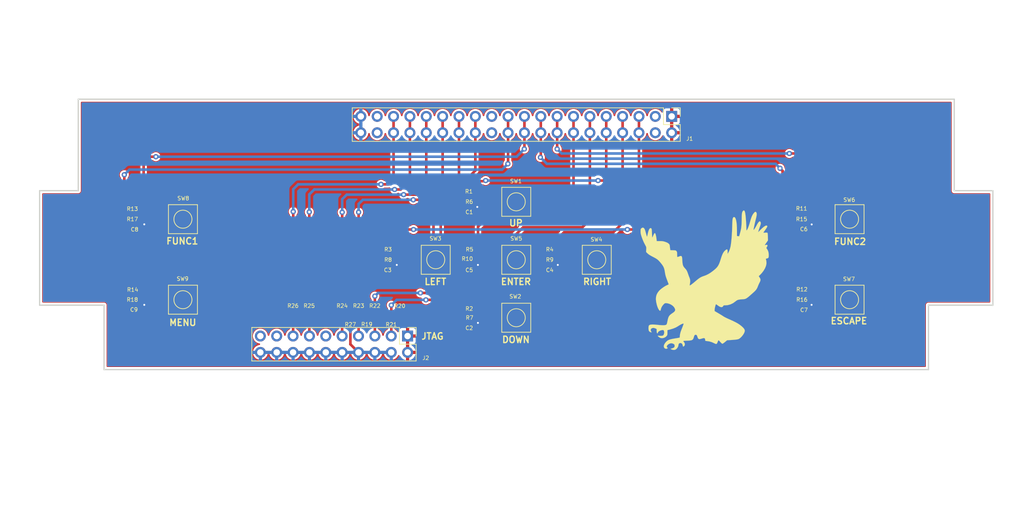
<source format=kicad_pcb>
(kicad_pcb (version 20171130) (host pcbnew "(5.1.7)-1")
  (layers (0 F.Cu signal) (31 B.Cu signal) (34 B.Paste user) (35 F.Paste user) (36 B.SilkS user) (37 F.SilkS user) (38 B.Mask user) (39 F.Mask user) (44 Edge.Cuts user))
  (net 0 "")
  (net 1 GND)
  (net 2 "Net-(C1-Pad1)")
  (net 3 "Net-(C2-Pad1)")
  (net 4 "Net-(C3-Pad1)")
  (net 5 "Net-(C4-Pad1)")
  (net 6 "Net-(C5-Pad1)")
  (net 7 "Net-(C6-Pad1)")
  (net 8 "Net-(C7-Pad1)")
  (net 9 "Net-(C8-Pad1)")
  (net 10 "Net-(C9-Pad1)")
  (net 11 /nRESET)
  (net 12 /TDO)
  (net 13 /TCLK)
  (net 14 /TMS)
  (net 15 /TDI)
  (net 16 /TRST)
  (net 17 /KEY_FUNC2)
  (net 18 /KEY_FUNC1)
  (net 19 /KEY_ESCAPE)
  (net 20 /KEY_ENTER)
  (net 21 /KEY_DOWN)
  (net 22 /KEY_UP)
  (net 23 /KEY_RIGHT)
  (net 24 /KEY_LEFT)
  (net 25 VCC_MCU)
  (net 26 "Net-(J2-Pad15)")
  (net 27 "Net-(J2-Pad13)")
  (net 28 "Net-(J2-Pad9)")
  (net 29 "Net-(J2-Pad7)")
  (net 30 "Net-(J2-Pad5)")
  (net 31 "Net-(J2-Pad3)")
  (net 32 /KEY_MENU)
  (net 33 "Net-(J1-Pad38)")
  (net 34 "Net-(J1-Pad37)")
  (net 35 "Net-(J1-Pad24)")
  (net 36 "Net-(J1-Pad23)")
  (net 37 "Net-(J1-Pad4)")
  (net 38 "Net-(J1-Pad3)")
  (net 39 "Net-(J2-Pad19)")
  (net 40 "Net-(J2-Pad17)")
  (net 41 "Net-(J2-Pad11)")
  (module FlightComputer_Library:LOGO-EAGLE-02 (layer F.Cu) (at 179.375 93.225)
    (fp_text reference G*** hide)
    (fp_text value LOGO hide)
  )
  (module Connector_PinHeader_2.54mm:PinHeader_2x10_P2.54mm_Vertical (layer F.Cu) (at 133.255 101.89 270)
    (fp_text reference J2 (at 3.41 -2.82 180) (layer F.SilkS) (effects (font (size 0.6 0.6) (thickness 0.09))))
    (fp_text value Conn_02x10_Odd_Even)
    (pad 20 thru_hole oval (at 2.54 22.86 270) (size 1.7 1.7) (drill 1) (layers *.Cu *.Mask) (net 1 GND))
    (pad 19 thru_hole oval (at 0 22.86 270) (size 1.7 1.7) (drill 1) (layers *.Cu *.Mask) (net 39 "Net-(J2-Pad19)"))
    (pad 18 thru_hole oval (at 2.54 20.32 270) (size 1.7 1.7) (drill 1) (layers *.Cu *.Mask) (net 1 GND))
    (pad 17 thru_hole oval (at 0 20.32 270) (size 1.7 1.7) (drill 1) (layers *.Cu *.Mask) (net 40 "Net-(J2-Pad17)"))
    (pad 16 thru_hole oval (at 2.54 17.78 270) (size 1.7 1.7) (drill 1) (layers *.Cu *.Mask) (net 1 GND))
    (pad 15 thru_hole oval (at 0 17.78 270) (size 1.7 1.7) (drill 1) (layers *.Cu *.Mask) (net 26 "Net-(J2-Pad15)"))
    (pad 14 thru_hole oval (at 2.54 15.24 270) (size 1.7 1.7) (drill 1) (layers *.Cu *.Mask) (net 1 GND))
    (pad 13 thru_hole oval (at 0 15.24 270) (size 1.7 1.7) (drill 1) (layers *.Cu *.Mask) (net 27 "Net-(J2-Pad13)"))
    (pad 12 thru_hole oval (at 2.54 12.7 270) (size 1.7 1.7) (drill 1) (layers *.Cu *.Mask) (net 1 GND))
    (pad 11 thru_hole oval (at 0 12.7 270) (size 1.7 1.7) (drill 1) (layers *.Cu *.Mask) (net 41 "Net-(J2-Pad11)"))
    (pad 10 thru_hole oval (at 2.54 10.16 270) (size 1.7 1.7) (drill 1) (layers *.Cu *.Mask) (net 1 GND))
    (pad 9 thru_hole oval (at 0 10.16 270) (size 1.7 1.7) (drill 1) (layers *.Cu *.Mask) (net 28 "Net-(J2-Pad9)"))
    (pad 8 thru_hole oval (at 2.54 7.62 270) (size 1.7 1.7) (drill 1) (layers *.Cu *.Mask) (net 1 GND))
    (pad 7 thru_hole oval (at 0 7.62 270) (size 1.7 1.7) (drill 1) (layers *.Cu *.Mask) (net 29 "Net-(J2-Pad7)"))
    (pad 6 thru_hole oval (at 2.54 5.08 270) (size 1.7 1.7) (drill 1) (layers *.Cu *.Mask) (net 1 GND))
    (pad 5 thru_hole oval (at 0 5.08 270) (size 1.7 1.7) (drill 1) (layers *.Cu *.Mask) (net 30 "Net-(J2-Pad5)"))
    (pad 4 thru_hole oval (at 2.54 2.54 270) (size 1.7 1.7) (drill 1) (layers *.Cu *.Mask) (net 1 GND))
    (pad 3 thru_hole oval (at 0 2.54 270) (size 1.7 1.7) (drill 1) (layers *.Cu *.Mask) (net 31 "Net-(J2-Pad3)"))
    (pad 2 thru_hole oval (at 2.54 0 270) (size 1.7 1.7) (drill 1) (layers *.Cu *.Mask) (net 25 VCC_MCU))
    (pad 1 thru_hole rect (at 0 0 270) (size 1.7 1.7) (drill 1) (layers *.Cu *.Mask) (net 25 VCC_MCU))
  )
  (module FlightComputer_Library:SW-SPST-PTS647 (layer F.Cu) (at 137.625 90.05 180)
    (fp_text reference SW3 (at 0.05 3.3) (layer F.SilkS) (effects (font (size 0.6 0.6) (thickness 0.09))))
    (fp_text value SW_Push)
    (pad 1 smd rect (at 2.8 -1.6 180) (size 1.6 1) (layers F.Cu F.Paste F.Mask) (net 4 "Net-(C3-Pad1)"))
    (pad 2 smd rect (at 2.8 1.6 180) (size 1.6 1) (layers F.Cu F.Paste F.Mask) (net 25 VCC_MCU))
    (pad 3 smd rect (at -2.8 -1.6 180) (size 1.6 1) (layers F.Cu F.Paste F.Mask))
    (pad 4 smd rect (at -2.8 1.6 180) (size 1.6 1) (layers F.Cu F.Paste F.Mask))
  )
  (module FlightComputer_Library:SW-SPST-PTS647 (layer F.Cu) (at 98.375 96.25 180)
    (fp_text reference SW9 (at 0.05 3.25) (layer F.SilkS) (effects (font (size 0.6 0.6) (thickness 0.09))))
    (fp_text value SW_Push)
    (pad 1 smd rect (at 2.8 -1.6 180) (size 1.6 1) (layers F.Cu F.Paste F.Mask) (net 10 "Net-(C9-Pad1)"))
    (pad 2 smd rect (at 2.8 1.6 180) (size 1.6 1) (layers F.Cu F.Paste F.Mask) (net 25 VCC_MCU))
    (pad 3 smd rect (at -2.8 -1.6 180) (size 1.6 1) (layers F.Cu F.Paste F.Mask))
    (pad 4 smd rect (at -2.8 1.6 180) (size 1.6 1) (layers F.Cu F.Paste F.Mask))
  )
  (module FlightComputer_Library:SW-SPST-PTS647 (layer F.Cu) (at 98.375 83.75 180)
    (fp_text reference SW8 (at -0.050001 3.24) (layer F.SilkS) (effects (font (size 0.6 0.6) (thickness 0.09))))
    (fp_text value SW_Push)
    (pad 1 smd rect (at 2.8 -1.6 180) (size 1.6 1) (layers F.Cu F.Paste F.Mask) (net 9 "Net-(C8-Pad1)"))
    (pad 2 smd rect (at 2.8 1.6 180) (size 1.6 1) (layers F.Cu F.Paste F.Mask) (net 25 VCC_MCU))
    (pad 3 smd rect (at -2.8 -1.6 180) (size 1.6 1) (layers F.Cu F.Paste F.Mask))
    (pad 4 smd rect (at -2.8 1.6 180) (size 1.6 1) (layers F.Cu F.Paste F.Mask))
  )
  (module FlightComputer_Library:SW-SPST-PTS647 (layer F.Cu) (at 201.875 96.25 180)
    (fp_text reference SW7 (at 0.1 3.2) (layer F.SilkS) (effects (font (size 0.6 0.6) (thickness 0.09))))
    (fp_text value SW_Push)
    (pad 1 smd rect (at 2.8 -1.6 180) (size 1.6 1) (layers F.Cu F.Paste F.Mask) (net 8 "Net-(C7-Pad1)"))
    (pad 2 smd rect (at 2.8 1.6 180) (size 1.6 1) (layers F.Cu F.Paste F.Mask) (net 25 VCC_MCU))
    (pad 3 smd rect (at -2.8 -1.6 180) (size 1.6 1) (layers F.Cu F.Paste F.Mask))
    (pad 4 smd rect (at -2.8 1.6 180) (size 1.6 1) (layers F.Cu F.Paste F.Mask))
  )
  (module FlightComputer_Library:SW-SPST-PTS647 (layer F.Cu) (at 201.875 83.75 180)
    (fp_text reference SW6 (at 0.05 3 unlocked) (layer F.SilkS) (effects (font (size 0.6 0.6) (thickness 0.09))))
    (fp_text value SW_Push)
    (pad 1 smd rect (at 2.8 -1.6 180) (size 1.6 1) (layers F.Cu F.Paste F.Mask) (net 7 "Net-(C6-Pad1)"))
    (pad 2 smd rect (at 2.8 1.6 180) (size 1.6 1) (layers F.Cu F.Paste F.Mask) (net 25 VCC_MCU))
    (pad 3 smd rect (at -2.8 -1.6 180) (size 1.6 1) (layers F.Cu F.Paste F.Mask))
    (pad 4 smd rect (at -2.8 1.6 180) (size 1.6 1) (layers F.Cu F.Paste F.Mask))
  )
  (module FlightComputer_Library:SW-SPST-PTS647 (layer F.Cu) (at 150.125 90.05 180)
    (fp_text reference SW5 (at 0 3.3) (layer F.SilkS) (effects (font (size 0.6 0.6) (thickness 0.09))))
    (fp_text value SW_Push)
    (pad 1 smd rect (at 2.8 -1.6 180) (size 1.6 1) (layers F.Cu F.Paste F.Mask) (net 6 "Net-(C5-Pad1)"))
    (pad 2 smd rect (at 2.8 1.6 180) (size 1.6 1) (layers F.Cu F.Paste F.Mask) (net 25 VCC_MCU))
    (pad 3 smd rect (at -2.8 -1.6 180) (size 1.6 1) (layers F.Cu F.Paste F.Mask))
    (pad 4 smd rect (at -2.8 1.6 180) (size 1.6 1) (layers F.Cu F.Paste F.Mask))
  )
  (module FlightComputer_Library:SW-SPST-PTS647 (layer F.Cu) (at 162.625 90.05 180)
    (fp_text reference SW4 (at 0.05 3.15) (layer F.SilkS) (effects (font (size 0.6 0.6) (thickness 0.09))))
    (fp_text value SW_Push)
    (pad 1 smd rect (at 2.8 -1.6 180) (size 1.6 1) (layers F.Cu F.Paste F.Mask) (net 5 "Net-(C4-Pad1)"))
    (pad 2 smd rect (at 2.8 1.6 180) (size 1.6 1) (layers F.Cu F.Paste F.Mask) (net 25 VCC_MCU))
    (pad 3 smd rect (at -2.8 -1.6 180) (size 1.6 1) (layers F.Cu F.Paste F.Mask))
    (pad 4 smd rect (at -2.8 1.6 180) (size 1.6 1) (layers F.Cu F.Paste F.Mask))
  )
  (module FlightComputer_Library:SW-SPST-PTS647 (layer F.Cu) (at 150.125 99.05 180)
    (fp_text reference SW2 (at 0.15 3.3) (layer F.SilkS) (effects (font (size 0.6 0.6) (thickness 0.09))))
    (fp_text value SW_Push)
    (pad 1 smd rect (at 2.8 -1.6 180) (size 1.6 1) (layers F.Cu F.Paste F.Mask) (net 3 "Net-(C2-Pad1)"))
    (pad 2 smd rect (at 2.8 1.6 180) (size 1.6 1) (layers F.Cu F.Paste F.Mask) (net 25 VCC_MCU))
    (pad 3 smd rect (at -2.8 -1.6 180) (size 1.6 1) (layers F.Cu F.Paste F.Mask))
    (pad 4 smd rect (at -2.8 1.6 180) (size 1.6 1) (layers F.Cu F.Paste F.Mask))
  )
  (module FlightComputer_Library:SW-SPST-PTS647 (layer F.Cu) (at 150.125 81.05 180)
    (fp_text reference SW1 (at 0.05 3.2) (layer F.SilkS) (effects (font (size 0.6 0.6) (thickness 0.09))))
    (fp_text value SW_Push)
    (pad 1 smd rect (at 2.8 -1.6 180) (size 1.6 1) (layers F.Cu F.Paste F.Mask) (net 2 "Net-(C1-Pad1)"))
    (pad 2 smd rect (at 2.8 1.6 180) (size 1.6 1) (layers F.Cu F.Paste F.Mask) (net 25 VCC_MCU))
    (pad 3 smd rect (at -2.8 -1.6 180) (size 1.6 1) (layers F.Cu F.Paste F.Mask))
    (pad 4 smd rect (at -2.8 1.6 180) (size 1.6 1) (layers F.Cu F.Paste F.Mask))
  )
  (module Resistor_SMD:R_0402_1005Metric (layer F.Cu) (at 124.375 98.65 270)
    (fp_text reference R27 (at 1.45 0) (layer F.SilkS) (effects (font (size 0.6 0.6) (thickness 0.09))))
    (fp_text value 100K)
    (pad 2 smd roundrect (at 0.485 0 270) (size 0.59 0.64) (layers F.Cu F.Paste F.Mask) (net 1 GND))
    (pad 1 smd roundrect (at -0.485 0 270) (size 0.59 0.64) (layers F.Cu F.Paste F.Mask) (net 13 /TCLK))
  )
  (module Resistor_SMD:R_0402_1005Metric (layer F.Cu) (at 115.485 98.65 270)
    (fp_text reference R26 (at -1.45 0.025 180) (layer F.SilkS) (effects (font (size 0.6 0.6) (thickness 0.09))))
    (fp_text value 33R)
    (pad 2 smd roundrect (at 0.485 0 270) (size 0.59 0.64) (layers F.Cu F.Paste F.Mask) (net 26 "Net-(J2-Pad15)"))
    (pad 1 smd roundrect (at -0.485 0 270) (size 0.59 0.64) (layers F.Cu F.Paste F.Mask) (net 11 /nRESET))
  )
  (module Resistor_SMD:R_0402_1005Metric (layer F.Cu) (at 118.005 98.65 270)
    (fp_text reference R25 (at -1.45 0.025 180) (layer F.SilkS) (effects (font (size 0.6 0.6) (thickness 0.09))))
    (fp_text value 33R)
    (pad 2 smd roundrect (at 0.485 0 270) (size 0.59 0.64) (layers F.Cu F.Paste F.Mask) (net 27 "Net-(J2-Pad13)"))
    (pad 1 smd roundrect (at -0.485 0 270) (size 0.59 0.64) (layers F.Cu F.Paste F.Mask) (net 12 /TDO))
  )
  (module Resistor_SMD:R_0402_1005Metric (layer F.Cu) (at 123.095 98.65 270)
    (fp_text reference R24 (at -1.45 0 180) (layer F.SilkS) (effects (font (size 0.6 0.6) (thickness 0.09))))
    (fp_text value 33R)
    (pad 2 smd roundrect (at 0.485 0 270) (size 0.59 0.64) (layers F.Cu F.Paste F.Mask) (net 28 "Net-(J2-Pad9)"))
    (pad 1 smd roundrect (at -0.485 0 270) (size 0.59 0.64) (layers F.Cu F.Paste F.Mask) (net 13 /TCLK))
  )
  (module Resistor_SMD:R_0402_1005Metric (layer F.Cu) (at 125.65 98.65 270)
    (fp_text reference R23 (at -1.45 0) (layer F.SilkS) (effects (font (size 0.6 0.6) (thickness 0.09))))
    (fp_text value 33R)
    (pad 2 smd roundrect (at 0.485 0 270) (size 0.59 0.64) (layers F.Cu F.Paste F.Mask) (net 29 "Net-(J2-Pad7)"))
    (pad 1 smd roundrect (at -0.485 0 270) (size 0.59 0.64) (layers F.Cu F.Paste F.Mask) (net 14 /TMS))
  )
  (module Resistor_SMD:R_0402_1005Metric (layer F.Cu) (at 128.175 98.65 270)
    (fp_text reference R22 (at -1.45 0 180) (layer F.SilkS) (effects (font (size 0.6 0.6) (thickness 0.09))))
    (fp_text value 33R)
    (pad 2 smd roundrect (at 0.485 0 270) (size 0.59 0.64) (layers F.Cu F.Paste F.Mask) (net 30 "Net-(J2-Pad5)"))
    (pad 1 smd roundrect (at -0.485 0 270) (size 0.59 0.64) (layers F.Cu F.Paste F.Mask) (net 15 /TDI))
  )
  (module Resistor_SMD:R_0402_1005Metric (layer F.Cu) (at 130.725 98.66 270)
    (fp_text reference R21 (at 1.45 0 180) (layer F.SilkS) (effects (font (size 0.6 0.6) (thickness 0.09))))
    (fp_text value 33R)
    (pad 2 smd roundrect (at 0.485 0 270) (size 0.59 0.64) (layers F.Cu F.Paste F.Mask) (net 31 "Net-(J2-Pad3)"))
    (pad 1 smd roundrect (at -0.485 0 270) (size 0.59 0.64) (layers F.Cu F.Paste F.Mask) (net 16 /TRST))
  )
  (module Resistor_SMD:R_0402_1005Metric (layer F.Cu) (at 132.025 98.65 90)
    (fp_text reference R20 (at 1.43 0.01) (layer F.SilkS) (effects (font (size 0.6 0.6) (thickness 0.09))))
    (fp_text value 100K)
    (pad 2 smd roundrect (at 0.485 0 90) (size 0.59 0.64) (layers F.Cu F.Paste F.Mask) (net 16 /TRST))
    (pad 1 smd roundrect (at -0.485 0 90) (size 0.59 0.64) (layers F.Cu F.Paste F.Mask) (net 25 VCC_MCU))
  )
  (module Resistor_SMD:R_0402_1005Metric (layer F.Cu) (at 126.925 98.65 270)
    (fp_text reference R19 (at 1.425 0) (layer F.SilkS) (effects (font (size 0.6 0.6) (thickness 0.09))))
    (fp_text value 100K)
    (pad 2 smd roundrect (at 0.485 0 270) (size 0.59 0.64) (layers F.Cu F.Paste F.Mask) (net 15 /TDI))
    (pad 1 smd roundrect (at -0.485 0 270) (size 0.59 0.64) (layers F.Cu F.Paste F.Mask) (net 25 VCC_MCU))
  )
  (module Resistor_SMD:R_0402_1005Metric (layer F.Cu) (at 92.875 96.25)
    (fp_text reference R18 (at -2.35 0) (layer F.SilkS) (effects (font (size 0.6 0.6) (thickness 0.09))))
    (fp_text value 100K)
    (pad 2 smd roundrect (at 0.485 0) (size 0.59 0.64) (layers F.Cu F.Paste F.Mask) (net 10 "Net-(C9-Pad1)"))
    (pad 1 smd roundrect (at -0.485 0) (size 0.59 0.64) (layers F.Cu F.Paste F.Mask) (net 1 GND))
  )
  (module Resistor_SMD:R_0402_1005Metric (layer F.Cu) (at 92.875 83.75)
    (fp_text reference R17 (at -2.35 0) (layer F.SilkS) (effects (font (size 0.6 0.6) (thickness 0.09))))
    (fp_text value 100K)
    (pad 2 smd roundrect (at 0.485 0) (size 0.59 0.64) (layers F.Cu F.Paste F.Mask) (net 9 "Net-(C8-Pad1)"))
    (pad 1 smd roundrect (at -0.485 0) (size 0.59 0.64) (layers F.Cu F.Paste F.Mask) (net 1 GND))
  )
  (module Resistor_SMD:R_0402_1005Metric (layer F.Cu) (at 196.475 96.25)
    (fp_text reference R16 (at -2 0 180) (layer F.SilkS) (effects (font (size 0.6 0.6) (thickness 0.09))))
    (fp_text value 100K)
    (pad 2 smd roundrect (at 0.485 0) (size 0.59 0.64) (layers F.Cu F.Paste F.Mask) (net 8 "Net-(C7-Pad1)"))
    (pad 1 smd roundrect (at -0.485 0) (size 0.59 0.64) (layers F.Cu F.Paste F.Mask) (net 1 GND))
  )
  (module Resistor_SMD:R_0402_1005Metric (layer F.Cu) (at 196.475 83.75)
    (fp_text reference R15 (at -2.05 0 180) (layer F.SilkS) (effects (font (size 0.6 0.6) (thickness 0.09))))
    (fp_text value 100K)
    (pad 2 smd roundrect (at 0.485 0) (size 0.59 0.64) (layers F.Cu F.Paste F.Mask) (net 7 "Net-(C6-Pad1)"))
    (pad 1 smd roundrect (at -0.485 0) (size 0.59 0.64) (layers F.Cu F.Paste F.Mask) (net 1 GND))
  )
  (module Resistor_SMD:R_0402_1005Metric (layer F.Cu) (at 92.875 94.65 180)
    (fp_text reference R14 (at 2.3 -0.05) (layer F.SilkS) (effects (font (size 0.6 0.6) (thickness 0.09))))
    (fp_text value 1K)
    (pad 2 smd roundrect (at 0.485 0 180) (size 0.59 0.64) (layers F.Cu F.Paste F.Mask) (net 17 /KEY_FUNC2))
    (pad 1 smd roundrect (at -0.485 0 180) (size 0.59 0.64) (layers F.Cu F.Paste F.Mask) (net 10 "Net-(C9-Pad1)"))
  )
  (module Resistor_SMD:R_0402_1005Metric (layer F.Cu) (at 92.875 82.15 180)
    (fp_text reference R13 (at 2.35 0) (layer F.SilkS) (effects (font (size 0.6 0.6) (thickness 0.09))))
    (fp_text value 1K)
    (pad 2 smd roundrect (at 0.485 0 180) (size 0.59 0.64) (layers F.Cu F.Paste F.Mask) (net 18 /KEY_FUNC1))
    (pad 1 smd roundrect (at -0.485 0 180) (size 0.59 0.64) (layers F.Cu F.Paste F.Mask) (net 9 "Net-(C8-Pad1)"))
  )
  (module Resistor_SMD:R_0402_1005Metric (layer F.Cu) (at 196.475 94.65 180)
    (fp_text reference R12 (at 2 0) (layer F.SilkS) (effects (font (size 0.6 0.6) (thickness 0.09))))
    (fp_text value 1K)
    (pad 2 smd roundrect (at 0.485 0 180) (size 0.59 0.64) (layers F.Cu F.Paste F.Mask) (net 19 /KEY_ESCAPE))
    (pad 1 smd roundrect (at -0.485 0 180) (size 0.59 0.64) (layers F.Cu F.Paste F.Mask) (net 8 "Net-(C7-Pad1)"))
  )
  (module Resistor_SMD:R_0402_1005Metric (layer F.Cu) (at 196.475 82.15 180)
    (fp_text reference R11 (at 2.05 0.05) (layer F.SilkS) (effects (font (size 0.6 0.6) (thickness 0.09))))
    (fp_text value 1K)
    (pad 2 smd roundrect (at 0.485 0 180) (size 0.59 0.64) (layers F.Cu F.Paste F.Mask) (net 32 /KEY_MENU))
    (pad 1 smd roundrect (at -0.485 0 180) (size 0.59 0.64) (layers F.Cu F.Paste F.Mask) (net 7 "Net-(C6-Pad1)"))
  )
  (module Resistor_SMD:R_0402_1005Metric (layer F.Cu) (at 144.675 89.95)
    (fp_text reference R10 (at -2.15 -0.05) (layer F.SilkS) (effects (font (size 0.6 0.6) (thickness 0.09))))
    (fp_text value 100K)
    (pad 2 smd roundrect (at 0.485 0) (size 0.59 0.64) (layers F.Cu F.Paste F.Mask) (net 6 "Net-(C5-Pad1)"))
    (pad 1 smd roundrect (at -0.485 0) (size 0.59 0.64) (layers F.Cu F.Paste F.Mask) (net 1 GND))
  )
  (module Resistor_SMD:R_0402_1005Metric (layer F.Cu) (at 157.075 90.05)
    (fp_text reference R9 (at -1.75 0 180) (layer F.SilkS) (effects (font (size 0.6 0.6) (thickness 0.09))))
    (fp_text value 100K)
    (pad 2 smd roundrect (at 0.485 0) (size 0.59 0.64) (layers F.Cu F.Paste F.Mask) (net 5 "Net-(C4-Pad1)"))
    (pad 1 smd roundrect (at -0.485 0) (size 0.59 0.64) (layers F.Cu F.Paste F.Mask) (net 1 GND))
  )
  (module Resistor_SMD:R_0402_1005Metric (layer F.Cu) (at 132.075 90.05)
    (fp_text reference R8 (at -1.85 0) (layer F.SilkS) (effects (font (size 0.6 0.6) (thickness 0.09))))
    (fp_text value 100K)
    (pad 2 smd roundrect (at 0.485 0) (size 0.59 0.64) (layers F.Cu F.Paste F.Mask) (net 4 "Net-(C3-Pad1)"))
    (pad 1 smd roundrect (at -0.485 0) (size 0.59 0.64) (layers F.Cu F.Paste F.Mask) (net 1 GND))
  )
  (module Resistor_SMD:R_0402_1005Metric (layer F.Cu) (at 144.675 99.05)
    (fp_text reference R7 (at -1.8 0 180) (layer F.SilkS) (effects (font (size 0.6 0.6) (thickness 0.09))))
    (fp_text value 100K)
    (pad 2 smd roundrect (at 0.485 0) (size 0.59 0.64) (layers F.Cu F.Paste F.Mask) (net 3 "Net-(C2-Pad1)"))
    (pad 1 smd roundrect (at -0.485 0) (size 0.59 0.64) (layers F.Cu F.Paste F.Mask) (net 1 GND))
  )
  (module Resistor_SMD:R_0402_1005Metric (layer F.Cu) (at 144.575 81.05)
    (fp_text reference R6 (at -1.75 0) (layer F.SilkS) (effects (font (size 0.6 0.6) (thickness 0.09))))
    (fp_text value 100K)
    (pad 2 smd roundrect (at 0.485 0) (size 0.59 0.64) (layers F.Cu F.Paste F.Mask) (net 2 "Net-(C1-Pad1)"))
    (pad 1 smd roundrect (at -0.485 0) (size 0.59 0.64) (layers F.Cu F.Paste F.Mask) (net 1 GND))
  )
  (module Resistor_SMD:R_0402_1005Metric (layer F.Cu) (at 144.675 88.45 180)
    (fp_text reference R5 (at 1.8 0) (layer F.SilkS) (effects (font (size 0.6 0.6) (thickness 0.09))))
    (fp_text value 1K)
    (pad 2 smd roundrect (at 0.485 0 180) (size 0.59 0.64) (layers F.Cu F.Paste F.Mask) (net 20 /KEY_ENTER))
    (pad 1 smd roundrect (at -0.485 0 180) (size 0.59 0.64) (layers F.Cu F.Paste F.Mask) (net 6 "Net-(C5-Pad1)"))
  )
  (module Resistor_SMD:R_0402_1005Metric (layer F.Cu) (at 157.075 88.45 180)
    (fp_text reference R4 (at 1.75 0) (layer F.SilkS) (effects (font (size 0.6 0.6) (thickness 0.09))))
    (fp_text value 1K)
    (pad 2 smd roundrect (at 0.485 0 180) (size 0.59 0.64) (layers F.Cu F.Paste F.Mask) (net 23 /KEY_RIGHT))
    (pad 1 smd roundrect (at -0.485 0 180) (size 0.59 0.64) (layers F.Cu F.Paste F.Mask) (net 5 "Net-(C4-Pad1)"))
  )
  (module Resistor_SMD:R_0402_1005Metric (layer F.Cu) (at 132.075 88.45 180)
    (fp_text reference R3 (at 1.85 0) (layer F.SilkS) (effects (font (size 0.6 0.6) (thickness 0.09))))
    (fp_text value 1K)
    (pad 2 smd roundrect (at 0.485 0 180) (size 0.59 0.64) (layers F.Cu F.Paste F.Mask) (net 24 /KEY_LEFT))
    (pad 1 smd roundrect (at -0.485 0 180) (size 0.59 0.64) (layers F.Cu F.Paste F.Mask) (net 4 "Net-(C3-Pad1)"))
  )
  (module Resistor_SMD:R_0402_1005Metric (layer F.Cu) (at 144.675 97.65 180)
    (fp_text reference R2 (at 1.85 0) (layer F.SilkS) (effects (font (size 0.6 0.6) (thickness 0.09))))
    (fp_text value 1K)
    (pad 2 smd roundrect (at 0.485 0 180) (size 0.59 0.64) (layers F.Cu F.Paste F.Mask) (net 21 /KEY_DOWN))
    (pad 1 smd roundrect (at -0.485 0 180) (size 0.59 0.64) (layers F.Cu F.Paste F.Mask) (net 3 "Net-(C2-Pad1)"))
  )
  (module Resistor_SMD:R_0402_1005Metric (layer F.Cu) (at 144.575 79.45 180)
    (fp_text reference R1 (at 1.8 0) (layer F.SilkS) (effects (font (size 0.6 0.6) (thickness 0.09))))
    (fp_text value 1K)
    (pad 2 smd roundrect (at 0.485 0 180) (size 0.59 0.64) (layers F.Cu F.Paste F.Mask) (net 22 /KEY_UP))
    (pad 1 smd roundrect (at -0.485 0 180) (size 0.59 0.64) (layers F.Cu F.Paste F.Mask) (net 2 "Net-(C1-Pad1)"))
  )
  (module Connector_PinHeader_2.54mm:PinHeader_2x20_P2.54mm_Vertical (layer F.Cu) (at 174.255 67.79 270)
    (fp_text reference J1 (at 3.46 -2.795 180) (layer F.SilkS) (effects (font (size 0.6 0.6) (thickness 0.09))))
    (fp_text value Conn_02x20_Odd_Even)
    (pad 40 thru_hole oval (at 2.54 48.26 270) (size 1.7 1.7) (drill 1) (layers *.Cu *.Mask) (net 1 GND))
    (pad 39 thru_hole oval (at 0 48.26 270) (size 1.7 1.7) (drill 1) (layers *.Cu *.Mask) (net 1 GND))
    (pad 38 thru_hole oval (at 2.54 45.72 270) (size 1.7 1.7) (drill 1) (layers *.Cu *.Mask) (net 33 "Net-(J1-Pad38)"))
    (pad 37 thru_hole oval (at 0 45.72 270) (size 1.7 1.7) (drill 1) (layers *.Cu *.Mask) (net 34 "Net-(J1-Pad37)"))
    (pad 36 thru_hole oval (at 2.54 43.18 270) (size 1.7 1.7) (drill 1) (layers *.Cu *.Mask) (net 11 /nRESET))
    (pad 35 thru_hole oval (at 0 43.18 270) (size 1.7 1.7) (drill 1) (layers *.Cu *.Mask) (net 11 /nRESET))
    (pad 34 thru_hole oval (at 2.54 40.64 270) (size 1.7 1.7) (drill 1) (layers *.Cu *.Mask) (net 12 /TDO))
    (pad 33 thru_hole oval (at 0 40.64 270) (size 1.7 1.7) (drill 1) (layers *.Cu *.Mask) (net 12 /TDO))
    (pad 32 thru_hole oval (at 2.54 38.1 270) (size 1.7 1.7) (drill 1) (layers *.Cu *.Mask) (net 13 /TCLK))
    (pad 31 thru_hole oval (at 0 38.1 270) (size 1.7 1.7) (drill 1) (layers *.Cu *.Mask) (net 13 /TCLK))
    (pad 30 thru_hole oval (at 2.54 35.56 270) (size 1.7 1.7) (drill 1) (layers *.Cu *.Mask) (net 14 /TMS))
    (pad 29 thru_hole oval (at 0 35.56 270) (size 1.7 1.7) (drill 1) (layers *.Cu *.Mask) (net 14 /TMS))
    (pad 28 thru_hole oval (at 2.54 33.02 270) (size 1.7 1.7) (drill 1) (layers *.Cu *.Mask) (net 15 /TDI))
    (pad 27 thru_hole oval (at 0 33.02 270) (size 1.7 1.7) (drill 1) (layers *.Cu *.Mask) (net 15 /TDI))
    (pad 26 thru_hole oval (at 2.54 30.48 270) (size 1.7 1.7) (drill 1) (layers *.Cu *.Mask) (net 16 /TRST))
    (pad 25 thru_hole oval (at 0 30.48 270) (size 1.7 1.7) (drill 1) (layers *.Cu *.Mask) (net 16 /TRST))
    (pad 24 thru_hole oval (at 2.54 27.94 270) (size 1.7 1.7) (drill 1) (layers *.Cu *.Mask) (net 35 "Net-(J1-Pad24)"))
    (pad 23 thru_hole oval (at 0 27.94 270) (size 1.7 1.7) (drill 1) (layers *.Cu *.Mask) (net 36 "Net-(J1-Pad23)"))
    (pad 22 thru_hole oval (at 2.54 25.4 270) (size 1.7 1.7) (drill 1) (layers *.Cu *.Mask) (net 17 /KEY_FUNC2))
    (pad 21 thru_hole oval (at 0 25.4 270) (size 1.7 1.7) (drill 1) (layers *.Cu *.Mask) (net 17 /KEY_FUNC2))
    (pad 20 thru_hole oval (at 2.54 22.86 270) (size 1.7 1.7) (drill 1) (layers *.Cu *.Mask) (net 18 /KEY_FUNC1))
    (pad 19 thru_hole oval (at 0 22.86 270) (size 1.7 1.7) (drill 1) (layers *.Cu *.Mask) (net 18 /KEY_FUNC1))
    (pad 18 thru_hole oval (at 2.54 20.32 270) (size 1.7 1.7) (drill 1) (layers *.Cu *.Mask) (net 19 /KEY_ESCAPE))
    (pad 17 thru_hole oval (at 0 20.32 270) (size 1.7 1.7) (drill 1) (layers *.Cu *.Mask) (net 19 /KEY_ESCAPE))
    (pad 16 thru_hole oval (at 2.54 17.78 270) (size 1.7 1.7) (drill 1) (layers *.Cu *.Mask) (net 32 /KEY_MENU))
    (pad 15 thru_hole oval (at 0 17.78 270) (size 1.7 1.7) (drill 1) (layers *.Cu *.Mask) (net 32 /KEY_MENU))
    (pad 14 thru_hole oval (at 2.54 15.24 270) (size 1.7 1.7) (drill 1) (layers *.Cu *.Mask) (net 20 /KEY_ENTER))
    (pad 13 thru_hole oval (at 0 15.24 270) (size 1.7 1.7) (drill 1) (layers *.Cu *.Mask) (net 20 /KEY_ENTER))
    (pad 12 thru_hole oval (at 2.54 12.7 270) (size 1.7 1.7) (drill 1) (layers *.Cu *.Mask) (net 21 /KEY_DOWN))
    (pad 11 thru_hole oval (at 0 12.7 270) (size 1.7 1.7) (drill 1) (layers *.Cu *.Mask) (net 21 /KEY_DOWN))
    (pad 10 thru_hole oval (at 2.54 10.16 270) (size 1.7 1.7) (drill 1) (layers *.Cu *.Mask) (net 22 /KEY_UP))
    (pad 9 thru_hole oval (at 0 10.16 270) (size 1.7 1.7) (drill 1) (layers *.Cu *.Mask) (net 22 /KEY_UP))
    (pad 8 thru_hole oval (at 2.54 7.62 270) (size 1.7 1.7) (drill 1) (layers *.Cu *.Mask) (net 23 /KEY_RIGHT))
    (pad 7 thru_hole oval (at 0 7.62 270) (size 1.7 1.7) (drill 1) (layers *.Cu *.Mask) (net 23 /KEY_RIGHT))
    (pad 6 thru_hole oval (at 2.54 5.08 270) (size 1.7 1.7) (drill 1) (layers *.Cu *.Mask) (net 24 /KEY_LEFT))
    (pad 5 thru_hole oval (at 0 5.08 270) (size 1.7 1.7) (drill 1) (layers *.Cu *.Mask) (net 24 /KEY_LEFT))
    (pad 4 thru_hole oval (at 2.54 2.54 270) (size 1.7 1.7) (drill 1) (layers *.Cu *.Mask) (net 37 "Net-(J1-Pad4)"))
    (pad 3 thru_hole oval (at 0 2.54 270) (size 1.7 1.7) (drill 1) (layers *.Cu *.Mask) (net 38 "Net-(J1-Pad3)"))
    (pad 2 thru_hole oval (at 2.54 0 270) (size 1.7 1.7) (drill 1) (layers *.Cu *.Mask) (net 25 VCC_MCU))
    (pad 1 thru_hole rect (at 0 0 270) (size 1.7 1.7) (drill 1) (layers *.Cu *.Mask) (net 25 VCC_MCU))
  )
  (module Capacitor_SMD:C_0402_1005Metric (layer F.Cu) (at 92.875 97.85 180)
    (fp_text reference C9 (at 2.1 0.05) (layer F.SilkS) (effects (font (size 0.6 0.6) (thickness 0.09))))
    (fp_text value 0.1uF)
    (pad 2 smd roundrect (at 0.485 0 180) (size 0.59 0.64) (layers F.Cu F.Paste F.Mask) (net 1 GND))
    (pad 1 smd roundrect (at -0.485 0 180) (size 0.59 0.64) (layers F.Cu F.Paste F.Mask) (net 10 "Net-(C9-Pad1)"))
  )
  (module Capacitor_SMD:C_0402_1005Metric (layer F.Cu) (at 92.875 85.35 180)
    (fp_text reference C8 (at 2 0) (layer F.SilkS) (effects (font (size 0.6 0.6) (thickness 0.09))))
    (fp_text value 0.1uF)
    (pad 2 smd roundrect (at 0.485 0 180) (size 0.59 0.64) (layers F.Cu F.Paste F.Mask) (net 1 GND))
    (pad 1 smd roundrect (at -0.485 0 180) (size 0.59 0.64) (layers F.Cu F.Paste F.Mask) (net 9 "Net-(C8-Pad1)"))
  )
  (module Capacitor_SMD:C_0402_1005Metric (layer F.Cu) (at 196.475 97.85 180)
    (fp_text reference C7 (at 1.675 0) (layer F.SilkS) (effects (font (size 0.6 0.6) (thickness 0.09))))
    (fp_text value 0.1uF)
    (pad 2 smd roundrect (at 0.485 0 180) (size 0.59 0.64) (layers F.Cu F.Paste F.Mask) (net 1 GND))
    (pad 1 smd roundrect (at -0.485 0 180) (size 0.59 0.64) (layers F.Cu F.Paste F.Mask) (net 8 "Net-(C7-Pad1)"))
  )
  (module Capacitor_SMD:C_0402_1005Metric (layer F.Cu) (at 196.475 85.35 180)
    (fp_text reference C6 (at 1.7 0.05) (layer F.SilkS) (effects (font (size 0.6 0.6) (thickness 0.09))))
    (fp_text value 0.1uF)
    (pad 2 smd roundrect (at 0.485 0 180) (size 0.59 0.64) (layers F.Cu F.Paste F.Mask) (net 1 GND))
    (pad 1 smd roundrect (at -0.485 0 180) (size 0.59 0.64) (layers F.Cu F.Paste F.Mask) (net 7 "Net-(C6-Pad1)"))
  )
  (module Capacitor_SMD:C_0402_1005Metric (layer F.Cu) (at 144.675 91.65 180)
    (fp_text reference C5 (at 1.85 0) (layer F.SilkS) (effects (font (size 0.6 0.6) (thickness 0.09))))
    (fp_text value 0.1uF)
    (pad 2 smd roundrect (at 0.485 0 180) (size 0.59 0.64) (layers F.Cu F.Paste F.Mask) (net 1 GND))
    (pad 1 smd roundrect (at -0.485 0 180) (size 0.59 0.64) (layers F.Cu F.Paste F.Mask) (net 6 "Net-(C5-Pad1)"))
  )
  (module Capacitor_SMD:C_0402_1005Metric (layer F.Cu) (at 157.075 91.65 180)
    (fp_text reference C4 (at 1.75 0) (layer F.SilkS) (effects (font (size 0.6 0.6) (thickness 0.09))))
    (fp_text value 0.1uF)
    (pad 2 smd roundrect (at 0.485 0 180) (size 0.59 0.64) (layers F.Cu F.Paste F.Mask) (net 1 GND))
    (pad 1 smd roundrect (at -0.485 0 180) (size 0.59 0.64) (layers F.Cu F.Paste F.Mask) (net 5 "Net-(C4-Pad1)"))
  )
  (module Capacitor_SMD:C_0402_1005Metric (layer F.Cu) (at 132.075 91.65 180)
    (fp_text reference C3 (at 1.9 0) (layer F.SilkS) (effects (font (size 0.6 0.6) (thickness 0.09))))
    (fp_text value 0.1uF)
    (pad 2 smd roundrect (at 0.485 0 180) (size 0.59 0.64) (layers F.Cu F.Paste F.Mask) (net 1 GND))
    (pad 1 smd roundrect (at -0.485 0 180) (size 0.59 0.64) (layers F.Cu F.Paste F.Mask) (net 4 "Net-(C3-Pad1)"))
  )
  (module Capacitor_SMD:C_0402_1005Metric (layer F.Cu) (at 144.675 100.65 180)
    (fp_text reference C2 (at 1.85 0) (layer F.SilkS) (effects (font (size 0.6 0.6) (thickness 0.09))))
    (fp_text value 0.1uF)
    (pad 2 smd roundrect (at 0.485 0 180) (size 0.59 0.64) (layers F.Cu F.Paste F.Mask) (net 1 GND))
    (pad 1 smd roundrect (at -0.485 0 180) (size 0.59 0.64) (layers F.Cu F.Paste F.Mask) (net 3 "Net-(C2-Pad1)"))
  )
  (module Capacitor_SMD:C_0402_1005Metric (layer F.Cu) (at 144.575 82.65 180)
    (fp_text reference C1 (at 1.75 0) (layer F.SilkS) (effects (font (size 0.6 0.6) (thickness 0.09))))
    (fp_text value 0.1uF)
    (pad 2 smd roundrect (at 0.485 0 180) (size 0.59 0.64) (layers F.Cu F.Paste F.Mask) (net 1 GND))
    (pad 1 smd roundrect (at -0.485 0 180) (size 0.59 0.64) (layers F.Cu F.Paste F.Mask) (net 2 "Net-(C1-Pad1)"))
  )
  (gr_text JTAG (at 137.125 101.925) (layer F.SilkS) (effects (font (size 1 1) (thickness 0.2))))
  (gr_text FUNC1 (at 98.275 87.15) (layer F.SilkS) (effects (font (size 1 1) (thickness 0.2))))
  (gr_text FUNC2 (at 201.95 87.225) (layer F.SilkS) (effects (font (size 1 1) (thickness 0.2))))
  (gr_text LEFT (at 137.575 93.45) (layer F.SilkS) (effects (font (size 1 1) (thickness 0.2))))
  (gr_text UP (at 150.075 84.35) (layer F.SilkS) (effects (font (size 1 1) (thickness 0.2))))
  (gr_text ENTER (at 150.075 93.45) (layer F.SilkS) (effects (font (size 1 1) (thickness 0.2))))
  (gr_text DOWN (at 150.075 102.45) (layer F.SilkS) (effects (font (size 1 1) (thickness 0.2))))
  (gr_text RIGHT (at 162.675 93.45) (layer F.SilkS) (effects (font (size 1 1) (thickness 0.2))))
  (gr_text ESCAPE (at 201.775 99.55) (layer F.SilkS) (effects (font (size 1 1) (thickness 0.2))))
  (gr_text MENU (at 98.35 99.8) (layer F.SilkS) (effects (font (size 1 1) (thickness 0.2))))
  (gr_line (start 218.125 79.319999) (end 224.125 79.319999) (layer Edge.Cuts) (width 0.2))
  (gr_line (start 218.125 65.12) (end 218.125 79.319999) (layer Edge.Cuts) (width 0.2))
  (gr_line (start 82.125 65.12) (end 218.125 65.12) (layer Edge.Cuts) (width 0.2))
  (gr_line (start 82.125 79.319999) (end 82.125 65.12) (layer Edge.Cuts) (width 0.2))
  (gr_line (start 76.125 79.319999) (end 82.125 79.319999) (layer Edge.Cuts) (width 0.2))
  (gr_line (start 76.125 97.1) (end 76.125 79.319999) (layer Edge.Cuts) (width 0.2))
  (gr_line (start 86.125 97.1) (end 76.125 97.1) (layer Edge.Cuts) (width 0.2))
  (gr_line (start 86.125 107.1) (end 86.125 97.1) (layer Edge.Cuts) (width 0.2))
  (gr_line (start 214.125 107.1) (end 86.125 107.1) (layer Edge.Cuts) (width 0.2))
  (gr_line (start 214.125 97.1) (end 214.125 107.1) (layer Edge.Cuts) (width 0.2))
  (gr_line (start 224.125 97.1) (end 214.125 97.1) (layer Edge.Cuts) (width 0.2))
  (gr_line (start 224.125 79.319999) (end 224.125 97.1) (layer Edge.Cuts) (width 0.2))
  (via (at 195.99 84.565) (size 0.6) (drill 0.3) (layers F.Cu B.Cu) (net 1))
  (via (at 195.975 97.05) (size 0.6) (drill 0.3) (layers F.Cu B.Cu) (net 1))
  (via (at 156.575 90.85) (size 0.6) (drill 0.3) (layers F.Cu B.Cu) (net 1))
  (via (at 144.175 90.85) (size 0.6) (drill 0.3) (layers F.Cu B.Cu) (net 1))
  (via (at 144.175 99.85) (size 0.6) (drill 0.3) (layers F.Cu B.Cu) (net 1))
  (via (at 144.075 81.85) (size 0.6) (drill 0.3) (layers F.Cu B.Cu) (net 1))
  (via (at 131.575 90.85) (size 0.6) (drill 0.3) (layers F.Cu B.Cu) (net 1))
  (via (at 92.375 97.05) (size 0.6) (drill 0.3) (layers F.Cu B.Cu) (net 1))
  (via (at 92.375 84.55) (size 0.6) (drill 0.3) (layers F.Cu B.Cu) (net 1))
  (segment (start 144.175 100.635) (end 144.19 100.65) (width 0.4) (layer F.Cu) (net 1))
  (segment (start 144.175 99.85) (end 144.175 100.635) (width 0.4) (layer F.Cu) (net 1))
  (segment (start 144.175 99.065) (end 144.19 99.05) (width 0.4) (layer F.Cu) (net 1))
  (segment (start 144.175 99.85) (end 144.175 99.065) (width 0.4) (layer F.Cu) (net 1))
  (segment (start 195.975 97.835) (end 195.99 97.85) (width 0.4) (layer F.Cu) (net 1))
  (segment (start 195.975 97.05) (end 195.975 97.835) (width 0.4) (layer F.Cu) (net 1))
  (segment (start 195.975 96.265) (end 195.99 96.25) (width 0.4) (layer F.Cu) (net 1))
  (segment (start 195.975 97.05) (end 195.975 96.265) (width 0.4) (layer F.Cu) (net 1))
  (segment (start 195.99 84.565) (end 195.99 85.35) (width 0.4) (layer F.Cu) (net 1))
  (segment (start 195.99 84.565) (end 195.99 83.75) (width 0.4) (layer F.Cu) (net 1))
  (segment (start 156.575 91.635) (end 156.59 91.65) (width 0.4) (layer F.Cu) (net 1))
  (segment (start 156.575 90.85) (end 156.575 91.635) (width 0.4) (layer F.Cu) (net 1))
  (segment (start 156.575 90.065) (end 156.59 90.05) (width 0.4) (layer F.Cu) (net 1))
  (segment (start 156.575 90.85) (end 156.575 90.065) (width 0.4) (layer F.Cu) (net 1))
  (segment (start 144.175 91.635) (end 144.19 91.65) (width 0.4) (layer F.Cu) (net 1))
  (segment (start 144.175 90.85) (end 144.175 91.635) (width 0.4) (layer F.Cu) (net 1))
  (segment (start 144.175 89.965) (end 144.19 89.95) (width 0.4) (layer F.Cu) (net 1))
  (segment (start 144.175 90.85) (end 144.175 89.965) (width 0.4) (layer F.Cu) (net 1))
  (segment (start 144.075 82.635) (end 144.09 82.65) (width 0.4) (layer F.Cu) (net 1))
  (segment (start 144.075 81.85) (end 144.075 82.635) (width 0.4) (layer F.Cu) (net 1))
  (segment (start 144.075 81.065) (end 144.09 81.05) (width 0.4) (layer F.Cu) (net 1))
  (segment (start 144.075 81.85) (end 144.075 81.065) (width 0.4) (layer F.Cu) (net 1))
  (segment (start 131.575 91.635) (end 131.59 91.65) (width 0.4) (layer F.Cu) (net 1))
  (segment (start 131.575 90.85) (end 131.575 91.635) (width 0.4) (layer F.Cu) (net 1))
  (segment (start 131.575 90.065) (end 131.59 90.05) (width 0.4) (layer F.Cu) (net 1))
  (segment (start 131.575 90.85) (end 131.575 90.065) (width 0.4) (layer F.Cu) (net 1))
  (segment (start 92.375 97.835) (end 92.39 97.85) (width 0.4) (layer F.Cu) (net 1))
  (segment (start 92.375 97.05) (end 92.375 97.835) (width 0.4) (layer F.Cu) (net 1))
  (segment (start 92.375 96.265) (end 92.39 96.25) (width 0.4) (layer F.Cu) (net 1))
  (segment (start 92.375 97.05) (end 92.375 96.265) (width 0.4) (layer F.Cu) (net 1))
  (segment (start 92.375 85.335) (end 92.39 85.35) (width 0.4) (layer F.Cu) (net 1))
  (segment (start 92.375 84.55) (end 92.375 85.335) (width 0.4) (layer F.Cu) (net 1))
  (segment (start 92.375 83.765) (end 92.39 83.75) (width 0.4) (layer F.Cu) (net 1))
  (segment (start 92.375 84.55) (end 92.375 83.765) (width 0.4) (layer F.Cu) (net 1))
  (segment (start 124.375 103.17) (end 125.635 104.43) (width 0.4) (layer F.Cu) (net 1))
  (segment (start 124.375 99.135) (end 124.375 103.17) (width 0.4) (layer F.Cu) (net 1))
  (segment (start 145.06 79.45) (end 145.06 81.05) (width 0.4) (layer F.Cu) (net 2))
  (segment (start 145.06 81.05) (end 145.06 82.65) (width 0.4) (layer F.Cu) (net 2))
  (segment (start 145.06 82.65) (end 147.325 82.65) (width 0.4) (layer F.Cu) (net 2))
  (segment (start 145.16 97.65) (end 145.16 99.05) (width 0.4) (layer F.Cu) (net 3))
  (segment (start 145.16 99.05) (end 145.16 100.65) (width 0.4) (layer F.Cu) (net 3))
  (segment (start 145.16 100.65) (end 147.325 100.65) (width 0.4) (layer F.Cu) (net 3))
  (segment (start 132.56 88.45) (end 132.56 90.05) (width 0.4) (layer F.Cu) (net 4))
  (segment (start 132.56 90.05) (end 132.56 91.65) (width 0.4) (layer F.Cu) (net 4))
  (segment (start 132.56 91.65) (end 134.825 91.65) (width 0.4) (layer F.Cu) (net 4))
  (segment (start 157.56 88.45) (end 157.56 90.05) (width 0.4) (layer F.Cu) (net 5))
  (segment (start 157.56 90.05) (end 157.56 91.65) (width 0.4) (layer F.Cu) (net 5))
  (segment (start 157.56 91.65) (end 159.825 91.65) (width 0.4) (layer F.Cu) (net 5))
  (segment (start 145.16 88.45) (end 145.16 89.95) (width 0.4) (layer F.Cu) (net 6))
  (segment (start 145.16 89.95) (end 145.16 91.65) (width 0.4) (layer F.Cu) (net 6))
  (segment (start 147.325 91.65) (end 145.16 91.65) (width 0.4) (layer F.Cu) (net 6))
  (segment (start 196.96 85.35) (end 196.96 83.75) (width 0.4) (layer F.Cu) (net 7))
  (segment (start 196.96 83.75) (end 196.96 82.15) (width 0.4) (layer F.Cu) (net 7))
  (segment (start 199.075 85.35) (end 196.96 85.35) (width 0.4) (layer F.Cu) (net 7))
  (segment (start 196.96 94.65) (end 196.96 96.25) (width 0.4) (layer F.Cu) (net 8))
  (segment (start 196.96 96.25) (end 196.96 97.85) (width 0.4) (layer F.Cu) (net 8))
  (segment (start 196.96 97.85) (end 199.075 97.85) (width 0.4) (layer F.Cu) (net 8))
  (segment (start 93.36 82.15) (end 93.36 83.75) (width 0.4) (layer F.Cu) (net 9))
  (segment (start 93.36 83.75) (end 93.36 85.35) (width 0.4) (layer F.Cu) (net 9))
  (segment (start 93.36 85.35) (end 95.575 85.35) (width 0.4) (layer F.Cu) (net 9))
  (segment (start 93.36 94.65) (end 93.36 96.25) (width 0.4) (layer F.Cu) (net 10))
  (segment (start 93.36 96.25) (end 93.36 97.85) (width 0.4) (layer F.Cu) (net 10))
  (segment (start 93.36 97.85) (end 95.575 97.85) (width 0.4) (layer F.Cu) (net 10))
  (via (at 129.129 78.338229) (size 0.8) (drill 0.4) (layers F.Cu B.Cu) (net 11))
  (segment (start 129.129 78.338229) (end 116.258771 78.338229) (width 0.4) (layer B.Cu) (net 11))
  (via (at 115.5 82.573) (size 0.8) (drill 0.4) (layers F.Cu B.Cu) (net 11))
  (segment (start 115.5 79.097) (end 115.5 82.573) (width 0.4) (layer B.Cu) (net 11))
  (segment (start 116.258771 78.338229) (end 115.5 79.097) (width 0.4) (layer B.Cu) (net 11))
  (segment (start 115.5 98.15) (end 115.485 98.165) (width 0.4) (layer F.Cu) (net 11))
  (segment (start 115.5 82.573) (end 115.5 98.15) (width 0.4) (layer F.Cu) (net 11))
  (segment (start 131.075 67.79) (end 131.075 70.33) (width 0.4) (layer F.Cu) (net 11))
  (segment (start 130.228771 78.338229) (end 129.129 78.338229) (width 0.4) (layer F.Cu) (net 11))
  (segment (start 131.075 77.492) (end 130.228771 78.338229) (width 0.4) (layer F.Cu) (net 11))
  (segment (start 131.075 70.33) (end 131.075 77.492) (width 0.4) (layer F.Cu) (net 11))
  (via (at 117.995 82.63) (size 0.8) (drill 0.4) (layers F.Cu B.Cu) (net 12))
  (via (at 131.238229 79.138229) (size 0.8) (drill 0.4) (layers F.Cu B.Cu) (net 12))
  (segment (start 131.238229 79.138229) (end 118.760771 79.138229) (width 0.4) (layer B.Cu) (net 12))
  (segment (start 117.995 79.904) (end 118.760771 79.138229) (width 0.4) (layer B.Cu) (net 12))
  (segment (start 117.995 82.63) (end 117.995 79.904) (width 0.4) (layer B.Cu) (net 12))
  (segment (start 117.995 98.155) (end 118.005 98.165) (width 0.4) (layer F.Cu) (net 12))
  (segment (start 117.995 82.63) (end 117.995 98.155) (width 0.4) (layer F.Cu) (net 12))
  (segment (start 133.615 67.79) (end 133.615 70.33) (width 0.4) (layer F.Cu) (net 12))
  (segment (start 132.177 79.138229) (end 131.238229 79.138229) (width 0.4) (layer F.Cu) (net 12))
  (segment (start 133.615 77.700229) (end 132.177 79.138229) (width 0.4) (layer F.Cu) (net 12))
  (segment (start 133.615 70.33) (end 133.615 77.700229) (width 0.4) (layer F.Cu) (net 12))
  (via (at 123.1 82.673) (size 0.8) (drill 0.4) (layers F.Cu B.Cu) (net 13))
  (segment (start 123.1 80.641) (end 123.1 82.673) (width 0.4) (layer B.Cu) (net 13))
  (segment (start 123.802771 79.938229) (end 123.1 80.641) (width 0.4) (layer B.Cu) (net 13))
  (via (at 132.636771 79.938229) (size 0.8) (drill 0.4) (layers F.Cu B.Cu) (net 13))
  (segment (start 132.636771 79.938229) (end 123.802771 79.938229) (width 0.4) (layer B.Cu) (net 13))
  (segment (start 123.1 98.16) (end 123.095 98.165) (width 0.4) (layer F.Cu) (net 13))
  (segment (start 123.1 82.673) (end 123.1 98.16) (width 0.4) (layer F.Cu) (net 13))
  (segment (start 124.375 98.165) (end 123.095 98.165) (width 0.4) (layer F.Cu) (net 13))
  (segment (start 136.155 67.79) (end 136.155 70.33) (width 0.4) (layer F.Cu) (net 13))
  (segment (start 135.336771 79.938229) (end 134.136771 79.938229) (width 0.4) (layer F.Cu) (net 13))
  (segment (start 134.136771 79.938229) (end 132.636771 79.938229) (width 0.4) (layer F.Cu) (net 13))
  (segment (start 136.155 79.12) (end 135.336771 79.938229) (width 0.4) (layer F.Cu) (net 13))
  (segment (start 136.155 70.33) (end 136.155 79.12) (width 0.4) (layer F.Cu) (net 13))
  (via (at 134.138229 80.738229) (size 0.8) (drill 0.4) (layers F.Cu B.Cu) (net 14))
  (segment (start 134.138229 80.738229) (end 126.304771 80.738229) (width 0.4) (layer B.Cu) (net 14))
  (segment (start 125.65 81.393) (end 125.65 82.663) (width 0.4) (layer B.Cu) (net 14))
  (segment (start 126.304771 80.738229) (end 125.65 81.393) (width 0.4) (layer B.Cu) (net 14))
  (via (at 125.65 82.663) (size 0.8) (drill 0.4) (layers F.Cu B.Cu) (net 14))
  (segment (start 125.65 82.663) (end 125.65 98.165) (width 0.4) (layer F.Cu) (net 14))
  (segment (start 138.695 67.79) (end 138.695 70.33) (width 0.4) (layer F.Cu) (net 14))
  (segment (start 136.536771 80.738229) (end 138.695 78.58) (width 0.4) (layer F.Cu) (net 14))
  (segment (start 134.138229 80.738229) (end 136.536771 80.738229) (width 0.4) (layer F.Cu) (net 14))
  (segment (start 138.695 70.33) (end 138.695 78.58) (width 0.4) (layer F.Cu) (net 14))
  (segment (start 128.175 96.85) (end 128.175 98.165) (width 0.4) (layer F.Cu) (net 15))
  (segment (start 127.049298 99.135) (end 126.925 99.135) (width 0.4) (layer F.Cu) (net 15))
  (segment (start 128.019298 98.165) (end 127.049298 99.135) (width 0.4) (layer F.Cu) (net 15))
  (segment (start 128.175 98.165) (end 128.019298 98.165) (width 0.4) (layer F.Cu) (net 15))
  (via (at 135.25 95.2) (size 0.8) (drill 0.4) (layers F.Cu B.Cu) (net 15))
  (via (at 128.175 95.7) (size 0.8) (drill 0.4) (layers F.Cu B.Cu) (net 15))
  (segment (start 128.675 95.2) (end 128.175 95.7) (width 0.4) (layer B.Cu) (net 15))
  (segment (start 135.25 95.2) (end 128.675 95.2) (width 0.4) (layer B.Cu) (net 15))
  (segment (start 128.175 95.7) (end 128.175 96.85) (width 0.4) (layer F.Cu) (net 15))
  (segment (start 141.235 67.79) (end 141.235 70.33) (width 0.4) (layer F.Cu) (net 15))
  (segment (start 141.235 77.285) (end 141.235 70.33) (width 0.4) (layer F.Cu) (net 15))
  (segment (start 137.275 81.245) (end 141.235 77.285) (width 0.4) (layer F.Cu) (net 15))
  (segment (start 137.275 94.25) (end 137.275 81.245) (width 0.4) (layer F.Cu) (net 15))
  (segment (start 136.325 95.2) (end 137.275 94.25) (width 0.4) (layer F.Cu) (net 15))
  (segment (start 135.25 95.2) (end 136.325 95.2) (width 0.4) (layer F.Cu) (net 15))
  (via (at 130.725 97.1) (size 0.8) (drill 0.4) (layers F.Cu B.Cu) (net 16))
  (segment (start 136.1 96.275) (end 131.575 96.275) (width 0.4) (layer B.Cu) (net 16))
  (via (at 136.1 96.275) (size 0.8) (drill 0.4) (layers F.Cu B.Cu) (net 16))
  (segment (start 130.775 97.075) (end 130.775 97.1) (width 0.4) (layer B.Cu) (net 16))
  (segment (start 131.55 96.275) (end 131.575 96.275) (width 0.4) (layer B.Cu) (net 16))
  (segment (start 130.725 97.1) (end 131.55 96.275) (width 0.4) (layer B.Cu) (net 16))
  (segment (start 130.725 97.1) (end 130.725 98.175) (width 0.4) (layer F.Cu) (net 16))
  (segment (start 130.735 98.165) (end 130.725 98.175) (width 0.4) (layer F.Cu) (net 16))
  (segment (start 132.025 98.165) (end 130.735 98.165) (width 0.4) (layer F.Cu) (net 16))
  (segment (start 143.775 67.79) (end 143.775 70.33) (width 0.4) (layer F.Cu) (net 16))
  (segment (start 143.775 74.45) (end 143.775 70.33) (width 0.4) (layer F.Cu) (net 16))
  (segment (start 143.775 76.197084) (end 143.775 74.45) (width 0.4) (layer F.Cu) (net 16))
  (segment (start 136.1 96.275) (end 137.425 96.275) (width 0.4) (layer F.Cu) (net 16))
  (segment (start 138.398542 95.301458) (end 138.398542 81.573542) (width 0.4) (layer F.Cu) (net 16))
  (segment (start 137.425 96.275) (end 138.398542 95.301458) (width 0.4) (layer F.Cu) (net 16))
  (segment (start 138.398542 81.573542) (end 143.775 76.197084) (width 0.4) (layer F.Cu) (net 16))
  (segment (start 90.475 94.65) (end 92.39 94.65) (width 0.4) (layer F.Cu) (net 17))
  (segment (start 89.275 93.45) (end 90.475 94.65) (width 0.4) (layer F.Cu) (net 17))
  (segment (start 89.275 76.85) (end 89.275 93.45) (width 0.4) (layer F.Cu) (net 17))
  (via (at 89.275 76.85) (size 0.8) (drill 0.4) (layers F.Cu B.Cu) (net 17))
  (segment (start 90.075 76.05) (end 89.275 76.85) (width 0.4) (layer B.Cu) (net 17))
  (via (at 148.825 75.15) (size 0.8) (drill 0.4) (layers F.Cu B.Cu) (net 17))
  (segment (start 148.855 67.79) (end 148.855 70.33) (width 0.4) (layer F.Cu) (net 17))
  (segment (start 148.855 75.12) (end 148.825 75.15) (width 0.4) (layer F.Cu) (net 17))
  (segment (start 148.855 70.33) (end 148.855 75.12) (width 0.4) (layer F.Cu) (net 17))
  (segment (start 147.925 76.05) (end 147.6 76.05) (width 0.4) (layer B.Cu) (net 17))
  (segment (start 148.825 75.15) (end 147.925 76.05) (width 0.4) (layer B.Cu) (net 17))
  (segment (start 147.6 76.05) (end 90.075 76.05) (width 0.4) (layer B.Cu) (net 17))
  (segment (start 147.875 76.05) (end 147.6 76.05) (width 0.4) (layer B.Cu) (net 17))
  (segment (start 92.275 82.135) (end 92.29 82.15) (width 0.4) (layer F.Cu) (net 18))
  (segment (start 92.275 74.45) (end 92.275 82.135) (width 0.4) (layer F.Cu) (net 18))
  (segment (start 92.675 74.05) (end 92.275 74.45) (width 0.4) (layer F.Cu) (net 18))
  (segment (start 94.175 74.05) (end 92.675 74.05) (width 0.4) (layer F.Cu) (net 18))
  (via (at 94.175 74.05) (size 0.8) (drill 0.4) (layers F.Cu B.Cu) (net 18))
  (via (at 151.375 72.85) (size 0.8) (drill 0.4) (layers F.Cu B.Cu) (net 18))
  (segment (start 151.395 67.79) (end 151.395 70.33) (width 0.4) (layer F.Cu) (net 18))
  (segment (start 151.395 72.83) (end 151.375 72.85) (width 0.4) (layer F.Cu) (net 18))
  (segment (start 151.395 70.33) (end 151.395 72.83) (width 0.4) (layer F.Cu) (net 18))
  (segment (start 150.175 74.05) (end 150.05 74.05) (width 0.4) (layer B.Cu) (net 18))
  (segment (start 151.375 72.85) (end 150.175 74.05) (width 0.4) (layer B.Cu) (net 18))
  (segment (start 150.05 74.05) (end 94.175 74.05) (width 0.4) (layer B.Cu) (net 18))
  (segment (start 192.675 94.65) (end 195.99 94.65) (width 0.4) (layer F.Cu) (net 19))
  (segment (start 191.475 93.45) (end 192.675 94.65) (width 0.4) (layer F.Cu) (net 19))
  (segment (start 191.475 76.25) (end 191.475 93.45) (width 0.4) (layer F.Cu) (net 19))
  (segment (start 191.075 75.85) (end 191.475 76.25) (width 0.4) (layer F.Cu) (net 19))
  (via (at 191.075 75.85) (size 0.8) (drill 0.4) (layers F.Cu B.Cu) (net 19))
  (segment (start 190.375 75.15) (end 191.075 75.85) (width 0.4) (layer B.Cu) (net 19))
  (segment (start 154.875 75.15) (end 190.375 75.15) (width 0.4) (layer B.Cu) (net 19))
  (via (at 153.875 74.15) (size 0.8) (drill 0.4) (layers F.Cu B.Cu) (net 19))
  (segment (start 153.855 74.13) (end 153.875 74.15) (width 0.4) (layer F.Cu) (net 19))
  (segment (start 153.935 67.79) (end 153.935 70.33) (width 0.4) (layer F.Cu) (net 19))
  (segment (start 153.935 74.09) (end 153.875 74.15) (width 0.4) (layer F.Cu) (net 19))
  (segment (start 153.935 70.33) (end 153.935 74.09) (width 0.4) (layer F.Cu) (net 19))
  (segment (start 154.875 75.15) (end 153.875 74.15) (width 0.4) (layer B.Cu) (net 19))
  (via (at 156.475 72.85) (size 0.8) (drill 0.4) (layers F.Cu B.Cu) (net 32))
  (via (at 192.525 73.55) (size 0.8) (drill 0.4) (layers F.Cu B.Cu) (net 32))
  (segment (start 194.9 82.15) (end 194.175 81.425) (width 0.4) (layer F.Cu) (net 32))
  (segment (start 195.99 82.15) (end 194.9 82.15) (width 0.4) (layer F.Cu) (net 32))
  (segment (start 194.175 81.425) (end 194.175 74.075) (width 0.4) (layer F.Cu) (net 32))
  (segment (start 194.175 74.075) (end 193.65 73.55) (width 0.4) (layer F.Cu) (net 32))
  (segment (start 193.65 73.55) (end 192.525 73.55) (width 0.4) (layer F.Cu) (net 32))
  (segment (start 159.015 67.79) (end 159.015 70.33) (width 0.4) (layer F.Cu) (net 20))
  (segment (start 159.015 70.33) (end 159.015 82.935) (width 0.4) (layer F.Cu) (net 20))
  (segment (start 157.72501 84.22499) (end 144.87501 84.22499) (width 0.4) (layer F.Cu) (net 20))
  (segment (start 159.015 82.935) (end 157.72501 84.22499) (width 0.4) (layer F.Cu) (net 20))
  (segment (start 144.19 84.91) (end 144.19 88.45) (width 0.4) (layer F.Cu) (net 20))
  (segment (start 144.87501 84.22499) (end 144.19 84.91) (width 0.4) (layer F.Cu) (net 20))
  (segment (start 161.555 67.79) (end 161.555 70.33) (width 0.4) (layer F.Cu) (net 21))
  (segment (start 161.555 83.395) (end 161.555 70.33) (width 0.4) (layer F.Cu) (net 21))
  (segment (start 160.4 85) (end 161.555 83.845) (width 0.4) (layer F.Cu) (net 21))
  (segment (start 151.2 85) (end 160.4 85) (width 0.4) (layer F.Cu) (net 21))
  (segment (start 150.025 86.175) (end 151.2 85) (width 0.4) (layer F.Cu) (net 21))
  (segment (start 149.25 94.85) (end 150.025 94.075) (width 0.4) (layer F.Cu) (net 21))
  (segment (start 150.025 94.075) (end 150.025 86.175) (width 0.4) (layer F.Cu) (net 21))
  (segment (start 144.975 94.85) (end 149.25 94.85) (width 0.4) (layer F.Cu) (net 21))
  (segment (start 161.555 83.845) (end 161.555 83.395) (width 0.4) (layer F.Cu) (net 21))
  (segment (start 144.19 95.635) (end 144.975 94.85) (width 0.4) (layer F.Cu) (net 21))
  (segment (start 144.19 97.65) (end 144.19 95.635) (width 0.4) (layer F.Cu) (net 21))
  (segment (start 144.09 78.235) (end 144.09 79.45) (width 0.4) (layer F.Cu) (net 22))
  (via (at 145.375 77.75) (size 0.8) (drill 0.4) (layers F.Cu B.Cu) (net 22))
  (segment (start 145.375 77.75) (end 145.275 77.85) (width 0.4) (layer F.Cu) (net 22))
  (segment (start 145.275 77.85) (end 144.475 77.85) (width 0.4) (layer F.Cu) (net 22))
  (segment (start 144.475 77.85) (end 144.09 78.235) (width 0.4) (layer F.Cu) (net 22))
  (via (at 162.825 77.75) (size 0.8) (drill 0.4) (layers F.Cu B.Cu) (net 22))
  (segment (start 145.375 77.75) (end 162.825 77.75) (width 0.4) (layer B.Cu) (net 22))
  (segment (start 164.095 67.79) (end 164.095 70.33) (width 0.4) (layer F.Cu) (net 22))
  (segment (start 163.7 77.75) (end 162.825 77.75) (width 0.4) (layer F.Cu) (net 22))
  (segment (start 164.095 77.355) (end 163.7 77.75) (width 0.4) (layer F.Cu) (net 22))
  (segment (start 164.095 70.33) (end 164.095 77.355) (width 0.4) (layer F.Cu) (net 22))
  (segment (start 166.635 67.79) (end 166.635 70.33) (width 0.4) (layer F.Cu) (net 23))
  (segment (start 166.635 70.33) (end 166.635 84.34) (width 0.4) (layer F.Cu) (net 23))
  (segment (start 166.635 84.34) (end 165.2 85.775) (width 0.4) (layer F.Cu) (net 23))
  (segment (start 157.555 85.775) (end 156.59 86.74) (width 0.4) (layer F.Cu) (net 23))
  (segment (start 165.2 85.775) (end 157.555 85.775) (width 0.4) (layer F.Cu) (net 23))
  (segment (start 156.59 86.74) (end 156.59 88.45) (width 0.4) (layer F.Cu) (net 23))
  (segment (start 131.575 88.435) (end 131.59 88.45) (width 0.4) (layer F.Cu) (net 24))
  (segment (start 131.575 86.55) (end 131.575 88.435) (width 0.4) (layer F.Cu) (net 24))
  (segment (start 132.775 85.35) (end 131.575 86.55) (width 0.4) (layer F.Cu) (net 24))
  (segment (start 134.175 85.35) (end 132.775 85.35) (width 0.4) (layer F.Cu) (net 24))
  (via (at 134.175 85.35) (size 0.8) (drill 0.4) (layers F.Cu B.Cu) (net 24))
  (segment (start 167.375 85.35) (end 134.175 85.35) (width 0.4) (layer B.Cu) (net 24))
  (via (at 167.375 85.35) (size 0.8) (drill 0.4) (layers F.Cu B.Cu) (net 24))
  (segment (start 169.175 67.79) (end 169.175 70.33) (width 0.4) (layer F.Cu) (net 24))
  (segment (start 169.175 70.33) (end 169.175 84.7) (width 0.4) (layer F.Cu) (net 24))
  (segment (start 168.525 85.35) (end 167.375 85.35) (width 0.4) (layer F.Cu) (net 24))
  (segment (start 169.175 84.7) (end 168.525 85.35) (width 0.4) (layer F.Cu) (net 24))
  (segment (start 115.5 101.945) (end 115.495 101.95) (width 0.4) (layer F.Cu) (net 26))
  (segment (start 115.485 101.88) (end 115.475 101.89) (width 0.4) (layer F.Cu) (net 26))
  (segment (start 115.485 99.135) (end 115.485 101.88) (width 0.4) (layer F.Cu) (net 26))
  (segment (start 118.05 101.935) (end 118.035 101.95) (width 0.4) (layer F.Cu) (net 27))
  (segment (start 118.005 101.88) (end 118.015 101.89) (width 0.4) (layer F.Cu) (net 27))
  (segment (start 118.005 99.135) (end 118.005 101.88) (width 0.4) (layer F.Cu) (net 27))
  (segment (start 123.1 101.935) (end 123.115 101.95) (width 0.4) (layer F.Cu) (net 28))
  (segment (start 123.095 99.135) (end 123.095 101.89) (width 0.4) (layer F.Cu) (net 28))
  (segment (start 125.65 101.945) (end 125.655 101.95) (width 0.4) (layer F.Cu) (net 29))
  (segment (start 125.65 101.875) (end 125.635 101.89) (width 0.4) (layer F.Cu) (net 29))
  (segment (start 125.65 99.135) (end 125.65 101.875) (width 0.4) (layer F.Cu) (net 29))
  (segment (start 128.175 101.93) (end 128.195 101.95) (width 0.4) (layer F.Cu) (net 30))
  (segment (start 128.175 99.135) (end 128.175 101.89) (width 0.4) (layer F.Cu) (net 30))
  (segment (start 130.775 101.91) (end 130.735 101.95) (width 0.4) (layer F.Cu) (net 31))
  (segment (start 130.725 101.88) (end 130.715 101.89) (width 0.4) (layer F.Cu) (net 31))
  (segment (start 130.725 99.145) (end 130.725 101.88) (width 0.4) (layer F.Cu) (net 31))
  (segment (start 156.475 67.79) (end 156.475 70.33) (width 0.4) (layer F.Cu) (net 32))
  (segment (start 156.475 70.33) (end 156.475 72.85) (width 0.4) (layer F.Cu) (net 32))
  (segment (start 157.175 73.55) (end 156.475 72.85) (width 0.4) (layer B.Cu) (net 32))
  (segment (start 192.525 73.55) (end 157.175 73.55) (width 0.4) (layer B.Cu) (net 32))
  (zone (net 25) (net_name VCC_MCU) (layer F.Cu) (connect_pads (clearance 0.3)) (min_thickness 0.254) (fill yes (arc_segments 32) (thermal_gap 0.508) (thermal_bridge_width 0.508))
    (polygon (pts (xy 69.975 58.15) (xy 228.975 58.15) (xy 228.975 113.15) (xy 69.975 113.15)))
  )
  (zone (net 1) (net_name GND) (layer B.Cu) (connect_pads (clearance 0.4)) (min_thickness 0.254) (fill yes (arc_segments 32) (thermal_gap 0.508) (thermal_bridge_width 0.508))
    (polygon (pts (xy 72.995 49.72) (xy 225.395 49.72) (xy 225.395 128.46) (xy 72.995 128.46)))
  )
)
</source>
